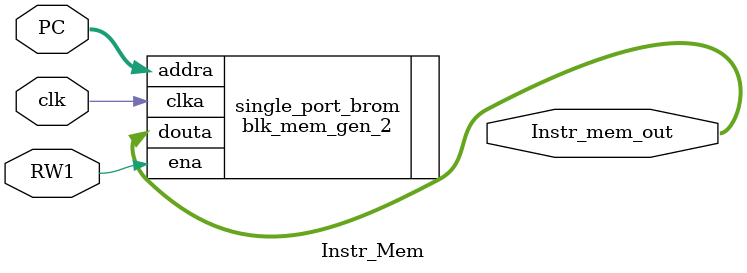
<source format=v>
`timescale 1ns / 1ps


module Instr_Mem(clk,PC,RW1,Instr_mem_out);
input [4:0] PC;
input clk,RW1;
output [31:0] Instr_mem_out;
blk_mem_gen_2 single_port_brom(
  .clka(clk),    
  .ena(RW1),       
  .addra(PC), 
  .douta(Instr_mem_out)  
);


endmodule

</source>
